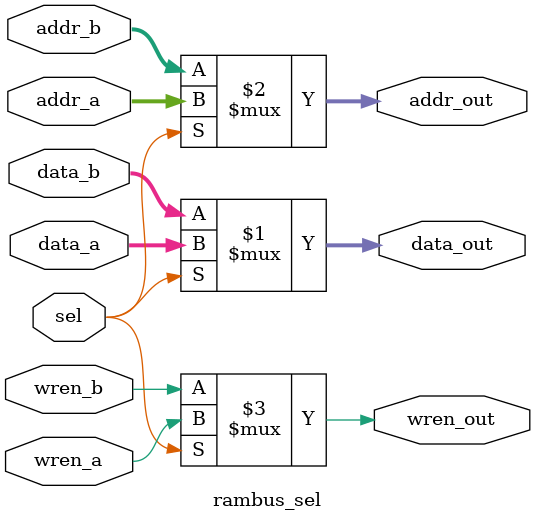
<source format=v>
module rambus_sel(
	input sel,

	input [15:0] data_a,
	input [10:0] addr_a,
	input wren_a,
	
	input [15:0] data_b,
	input [10:0] addr_b,
	input wren_b,
	
	output [15:0] data_out,
	output [10:0] addr_out,
	output wren_out
	);

assign data_out = (sel)?data_a:data_b;
assign addr_out = (sel)?addr_a:addr_b;
assign wren_out = (sel)?wren_a:wren_b;


endmodule

</source>
